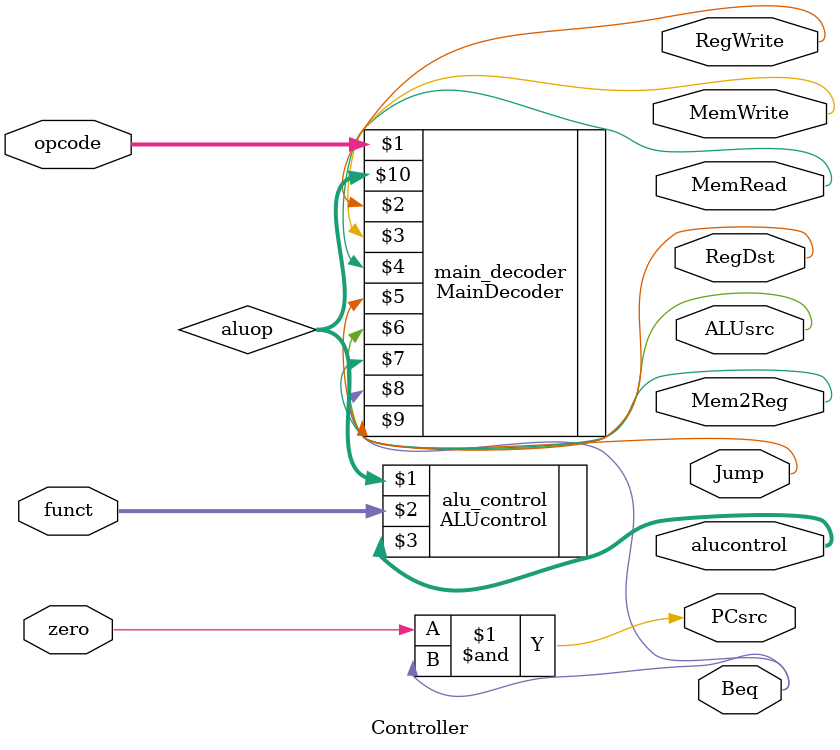
<source format=v>
`timescale 1ns / 1ps


module Controller(
    input [5:0] opcode,
    input [5:0] funct,
    input zero,
    output [2:0] alucontrol,
    output PCsrc, RegWrite, MemWrite, MemRead,RegDst, ALUsrc, Mem2Reg, Beq, Jump
    );
    wire [1:0] aluop;
    
    assign PCsrc = zero & Beq;
    MainDecoder main_decoder(opcode,RegWrite,MemWrite,MemRead,RegDst,ALUsrc,Mem2Reg,Beq,Jump,aluop);
    ALUcontrol alu_control(aluop,funct,alucontrol);
    
endmodule

</source>
